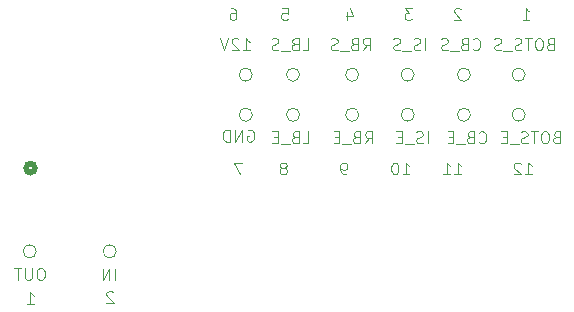
<source format=gbr>
%TF.GenerationSoftware,KiCad,Pcbnew,9.0.4*%
%TF.CreationDate,2025-10-30T20:58:22-05:00*%
%TF.ProjectId,TEST,54455354-2e6b-4696-9361-645f70636258,rev?*%
%TF.SameCoordinates,Original*%
%TF.FileFunction,Legend,Bot*%
%TF.FilePolarity,Positive*%
%FSLAX46Y46*%
G04 Gerber Fmt 4.6, Leading zero omitted, Abs format (unit mm)*
G04 Created by KiCad (PCBNEW 9.0.4) date 2025-10-30 20:58:22*
%MOMM*%
%LPD*%
G01*
G04 APERTURE LIST*
%ADD10C,0.100000*%
%ADD11C,0.508000*%
G04 APERTURE END LIST*
D10*
X121850000Y-67980000D02*
G75*
G02*
X120738074Y-67980000I-555963J0D01*
G01*
X120738074Y-67980000D02*
G75*
G02*
X121850000Y-67980000I555963J0D01*
G01*
X125845963Y-64590000D02*
G75*
G02*
X124734037Y-64590000I-555963J0D01*
G01*
X124734037Y-64590000D02*
G75*
G02*
X125845963Y-64590000I555963J0D01*
G01*
X130855963Y-64590000D02*
G75*
G02*
X129744037Y-64590000I-555963J0D01*
G01*
X129744037Y-64590000D02*
G75*
G02*
X130855963Y-64590000I555963J0D01*
G01*
X125850000Y-67980000D02*
G75*
G02*
X124738074Y-67980000I-555963J0D01*
G01*
X124738074Y-67980000D02*
G75*
G02*
X125850000Y-67980000I555963J0D01*
G01*
X144950000Y-67980000D02*
G75*
G02*
X143838074Y-67980000I-555963J0D01*
G01*
X143838074Y-67980000D02*
G75*
G02*
X144950000Y-67980000I555963J0D01*
G01*
X140315963Y-64590000D02*
G75*
G02*
X139204037Y-64590000I-555963J0D01*
G01*
X139204037Y-64590000D02*
G75*
G02*
X140315963Y-64590000I555963J0D01*
G01*
X135554037Y-67980000D02*
G75*
G02*
X134442111Y-67980000I-555963J0D01*
G01*
X134442111Y-67980000D02*
G75*
G02*
X135554037Y-67980000I555963J0D01*
G01*
X103550000Y-79540000D02*
G75*
G02*
X102438074Y-79540000I-555963J0D01*
G01*
X102438074Y-79540000D02*
G75*
G02*
X103550000Y-79540000I555963J0D01*
G01*
X130860000Y-67980000D02*
G75*
G02*
X129748074Y-67980000I-555963J0D01*
G01*
X129748074Y-67980000D02*
G75*
G02*
X130860000Y-67980000I555963J0D01*
G01*
X135550000Y-64590000D02*
G75*
G02*
X134438074Y-64590000I-555963J0D01*
G01*
X134438074Y-64590000D02*
G75*
G02*
X135550000Y-64590000I555963J0D01*
G01*
X121845963Y-64590000D02*
G75*
G02*
X120734037Y-64590000I-555963J0D01*
G01*
X120734037Y-64590000D02*
G75*
G02*
X121845963Y-64590000I555963J0D01*
G01*
X144945963Y-64590000D02*
G75*
G02*
X143834037Y-64590000I-555963J0D01*
G01*
X143834037Y-64590000D02*
G75*
G02*
X144945963Y-64590000I555963J0D01*
G01*
X140320000Y-67980000D02*
G75*
G02*
X139208074Y-67980000I-555963J0D01*
G01*
X139208074Y-67980000D02*
G75*
G02*
X140320000Y-67980000I555963J0D01*
G01*
X110325963Y-79550000D02*
G75*
G02*
X109214037Y-79550000I-555963J0D01*
G01*
X109214037Y-79550000D02*
G75*
G02*
X110325963Y-79550000I555963J0D01*
G01*
X136716115Y-70392419D02*
X136716115Y-69392419D01*
X136287544Y-70344800D02*
X136144687Y-70392419D01*
X136144687Y-70392419D02*
X135906592Y-70392419D01*
X135906592Y-70392419D02*
X135811354Y-70344800D01*
X135811354Y-70344800D02*
X135763735Y-70297180D01*
X135763735Y-70297180D02*
X135716116Y-70201942D01*
X135716116Y-70201942D02*
X135716116Y-70106704D01*
X135716116Y-70106704D02*
X135763735Y-70011466D01*
X135763735Y-70011466D02*
X135811354Y-69963847D01*
X135811354Y-69963847D02*
X135906592Y-69916228D01*
X135906592Y-69916228D02*
X136097068Y-69868609D01*
X136097068Y-69868609D02*
X136192306Y-69820990D01*
X136192306Y-69820990D02*
X136239925Y-69773371D01*
X136239925Y-69773371D02*
X136287544Y-69678133D01*
X136287544Y-69678133D02*
X136287544Y-69582895D01*
X136287544Y-69582895D02*
X136239925Y-69487657D01*
X136239925Y-69487657D02*
X136192306Y-69440038D01*
X136192306Y-69440038D02*
X136097068Y-69392419D01*
X136097068Y-69392419D02*
X135858973Y-69392419D01*
X135858973Y-69392419D02*
X135716116Y-69440038D01*
X135525640Y-70487657D02*
X134763735Y-70487657D01*
X134525639Y-69868609D02*
X134192306Y-69868609D01*
X134049449Y-70392419D02*
X134525639Y-70392419D01*
X134525639Y-70392419D02*
X134525639Y-69392419D01*
X134525639Y-69392419D02*
X134049449Y-69392419D01*
X131394687Y-70392419D02*
X131728020Y-69916228D01*
X131966115Y-70392419D02*
X131966115Y-69392419D01*
X131966115Y-69392419D02*
X131585163Y-69392419D01*
X131585163Y-69392419D02*
X131489925Y-69440038D01*
X131489925Y-69440038D02*
X131442306Y-69487657D01*
X131442306Y-69487657D02*
X131394687Y-69582895D01*
X131394687Y-69582895D02*
X131394687Y-69725752D01*
X131394687Y-69725752D02*
X131442306Y-69820990D01*
X131442306Y-69820990D02*
X131489925Y-69868609D01*
X131489925Y-69868609D02*
X131585163Y-69916228D01*
X131585163Y-69916228D02*
X131966115Y-69916228D01*
X130632782Y-69868609D02*
X130489925Y-69916228D01*
X130489925Y-69916228D02*
X130442306Y-69963847D01*
X130442306Y-69963847D02*
X130394687Y-70059085D01*
X130394687Y-70059085D02*
X130394687Y-70201942D01*
X130394687Y-70201942D02*
X130442306Y-70297180D01*
X130442306Y-70297180D02*
X130489925Y-70344800D01*
X130489925Y-70344800D02*
X130585163Y-70392419D01*
X130585163Y-70392419D02*
X130966115Y-70392419D01*
X130966115Y-70392419D02*
X130966115Y-69392419D01*
X130966115Y-69392419D02*
X130632782Y-69392419D01*
X130632782Y-69392419D02*
X130537544Y-69440038D01*
X130537544Y-69440038D02*
X130489925Y-69487657D01*
X130489925Y-69487657D02*
X130442306Y-69582895D01*
X130442306Y-69582895D02*
X130442306Y-69678133D01*
X130442306Y-69678133D02*
X130489925Y-69773371D01*
X130489925Y-69773371D02*
X130537544Y-69820990D01*
X130537544Y-69820990D02*
X130632782Y-69868609D01*
X130632782Y-69868609D02*
X130966115Y-69868609D01*
X130204211Y-70487657D02*
X129442306Y-70487657D01*
X129204210Y-69868609D02*
X128870877Y-69868609D01*
X128728020Y-70392419D02*
X129204210Y-70392419D01*
X129204210Y-70392419D02*
X129204210Y-69392419D01*
X129204210Y-69392419D02*
X128728020Y-69392419D01*
X110063734Y-83007657D02*
X110016115Y-82960038D01*
X110016115Y-82960038D02*
X109920877Y-82912419D01*
X109920877Y-82912419D02*
X109682782Y-82912419D01*
X109682782Y-82912419D02*
X109587544Y-82960038D01*
X109587544Y-82960038D02*
X109539925Y-83007657D01*
X109539925Y-83007657D02*
X109492306Y-83102895D01*
X109492306Y-83102895D02*
X109492306Y-83198133D01*
X109492306Y-83198133D02*
X109539925Y-83340990D01*
X109539925Y-83340990D02*
X110111353Y-83912419D01*
X110111353Y-83912419D02*
X109492306Y-83912419D01*
X135371353Y-58952419D02*
X134752306Y-58952419D01*
X134752306Y-58952419D02*
X135085639Y-59333371D01*
X135085639Y-59333371D02*
X134942782Y-59333371D01*
X134942782Y-59333371D02*
X134847544Y-59380990D01*
X134847544Y-59380990D02*
X134799925Y-59428609D01*
X134799925Y-59428609D02*
X134752306Y-59523847D01*
X134752306Y-59523847D02*
X134752306Y-59761942D01*
X134752306Y-59761942D02*
X134799925Y-59857180D01*
X134799925Y-59857180D02*
X134847544Y-59904800D01*
X134847544Y-59904800D02*
X134942782Y-59952419D01*
X134942782Y-59952419D02*
X135228496Y-59952419D01*
X135228496Y-59952419D02*
X135323734Y-59904800D01*
X135323734Y-59904800D02*
X135371353Y-59857180D01*
X144722306Y-59952419D02*
X145293734Y-59952419D01*
X145008020Y-59952419D02*
X145008020Y-58952419D01*
X145008020Y-58952419D02*
X145103258Y-59095276D01*
X145103258Y-59095276D02*
X145198496Y-59190514D01*
X145198496Y-59190514D02*
X145293734Y-59238133D01*
X140544687Y-62417180D02*
X140592306Y-62464800D01*
X140592306Y-62464800D02*
X140735163Y-62512419D01*
X140735163Y-62512419D02*
X140830401Y-62512419D01*
X140830401Y-62512419D02*
X140973258Y-62464800D01*
X140973258Y-62464800D02*
X141068496Y-62369561D01*
X141068496Y-62369561D02*
X141116115Y-62274323D01*
X141116115Y-62274323D02*
X141163734Y-62083847D01*
X141163734Y-62083847D02*
X141163734Y-61940990D01*
X141163734Y-61940990D02*
X141116115Y-61750514D01*
X141116115Y-61750514D02*
X141068496Y-61655276D01*
X141068496Y-61655276D02*
X140973258Y-61560038D01*
X140973258Y-61560038D02*
X140830401Y-61512419D01*
X140830401Y-61512419D02*
X140735163Y-61512419D01*
X140735163Y-61512419D02*
X140592306Y-61560038D01*
X140592306Y-61560038D02*
X140544687Y-61607657D01*
X139782782Y-61988609D02*
X139639925Y-62036228D01*
X139639925Y-62036228D02*
X139592306Y-62083847D01*
X139592306Y-62083847D02*
X139544687Y-62179085D01*
X139544687Y-62179085D02*
X139544687Y-62321942D01*
X139544687Y-62321942D02*
X139592306Y-62417180D01*
X139592306Y-62417180D02*
X139639925Y-62464800D01*
X139639925Y-62464800D02*
X139735163Y-62512419D01*
X139735163Y-62512419D02*
X140116115Y-62512419D01*
X140116115Y-62512419D02*
X140116115Y-61512419D01*
X140116115Y-61512419D02*
X139782782Y-61512419D01*
X139782782Y-61512419D02*
X139687544Y-61560038D01*
X139687544Y-61560038D02*
X139639925Y-61607657D01*
X139639925Y-61607657D02*
X139592306Y-61702895D01*
X139592306Y-61702895D02*
X139592306Y-61798133D01*
X139592306Y-61798133D02*
X139639925Y-61893371D01*
X139639925Y-61893371D02*
X139687544Y-61940990D01*
X139687544Y-61940990D02*
X139782782Y-61988609D01*
X139782782Y-61988609D02*
X140116115Y-61988609D01*
X139354211Y-62607657D02*
X138592306Y-62607657D01*
X138401829Y-62464800D02*
X138258972Y-62512419D01*
X138258972Y-62512419D02*
X138020877Y-62512419D01*
X138020877Y-62512419D02*
X137925639Y-62464800D01*
X137925639Y-62464800D02*
X137878020Y-62417180D01*
X137878020Y-62417180D02*
X137830401Y-62321942D01*
X137830401Y-62321942D02*
X137830401Y-62226704D01*
X137830401Y-62226704D02*
X137878020Y-62131466D01*
X137878020Y-62131466D02*
X137925639Y-62083847D01*
X137925639Y-62083847D02*
X138020877Y-62036228D01*
X138020877Y-62036228D02*
X138211353Y-61988609D01*
X138211353Y-61988609D02*
X138306591Y-61940990D01*
X138306591Y-61940990D02*
X138354210Y-61893371D01*
X138354210Y-61893371D02*
X138401829Y-61798133D01*
X138401829Y-61798133D02*
X138401829Y-61702895D01*
X138401829Y-61702895D02*
X138354210Y-61607657D01*
X138354210Y-61607657D02*
X138306591Y-61560038D01*
X138306591Y-61560038D02*
X138211353Y-61512419D01*
X138211353Y-61512419D02*
X137973258Y-61512419D01*
X137973258Y-61512419D02*
X137830401Y-61560038D01*
X147062782Y-61988609D02*
X146919925Y-62036228D01*
X146919925Y-62036228D02*
X146872306Y-62083847D01*
X146872306Y-62083847D02*
X146824687Y-62179085D01*
X146824687Y-62179085D02*
X146824687Y-62321942D01*
X146824687Y-62321942D02*
X146872306Y-62417180D01*
X146872306Y-62417180D02*
X146919925Y-62464800D01*
X146919925Y-62464800D02*
X147015163Y-62512419D01*
X147015163Y-62512419D02*
X147396115Y-62512419D01*
X147396115Y-62512419D02*
X147396115Y-61512419D01*
X147396115Y-61512419D02*
X147062782Y-61512419D01*
X147062782Y-61512419D02*
X146967544Y-61560038D01*
X146967544Y-61560038D02*
X146919925Y-61607657D01*
X146919925Y-61607657D02*
X146872306Y-61702895D01*
X146872306Y-61702895D02*
X146872306Y-61798133D01*
X146872306Y-61798133D02*
X146919925Y-61893371D01*
X146919925Y-61893371D02*
X146967544Y-61940990D01*
X146967544Y-61940990D02*
X147062782Y-61988609D01*
X147062782Y-61988609D02*
X147396115Y-61988609D01*
X146205639Y-61512419D02*
X146015163Y-61512419D01*
X146015163Y-61512419D02*
X145919925Y-61560038D01*
X145919925Y-61560038D02*
X145824687Y-61655276D01*
X145824687Y-61655276D02*
X145777068Y-61845752D01*
X145777068Y-61845752D02*
X145777068Y-62179085D01*
X145777068Y-62179085D02*
X145824687Y-62369561D01*
X145824687Y-62369561D02*
X145919925Y-62464800D01*
X145919925Y-62464800D02*
X146015163Y-62512419D01*
X146015163Y-62512419D02*
X146205639Y-62512419D01*
X146205639Y-62512419D02*
X146300877Y-62464800D01*
X146300877Y-62464800D02*
X146396115Y-62369561D01*
X146396115Y-62369561D02*
X146443734Y-62179085D01*
X146443734Y-62179085D02*
X146443734Y-61845752D01*
X146443734Y-61845752D02*
X146396115Y-61655276D01*
X146396115Y-61655276D02*
X146300877Y-61560038D01*
X146300877Y-61560038D02*
X146205639Y-61512419D01*
X145491353Y-61512419D02*
X144919925Y-61512419D01*
X145205639Y-62512419D02*
X145205639Y-61512419D01*
X144634210Y-62464800D02*
X144491353Y-62512419D01*
X144491353Y-62512419D02*
X144253258Y-62512419D01*
X144253258Y-62512419D02*
X144158020Y-62464800D01*
X144158020Y-62464800D02*
X144110401Y-62417180D01*
X144110401Y-62417180D02*
X144062782Y-62321942D01*
X144062782Y-62321942D02*
X144062782Y-62226704D01*
X144062782Y-62226704D02*
X144110401Y-62131466D01*
X144110401Y-62131466D02*
X144158020Y-62083847D01*
X144158020Y-62083847D02*
X144253258Y-62036228D01*
X144253258Y-62036228D02*
X144443734Y-61988609D01*
X144443734Y-61988609D02*
X144538972Y-61940990D01*
X144538972Y-61940990D02*
X144586591Y-61893371D01*
X144586591Y-61893371D02*
X144634210Y-61798133D01*
X144634210Y-61798133D02*
X144634210Y-61702895D01*
X144634210Y-61702895D02*
X144586591Y-61607657D01*
X144586591Y-61607657D02*
X144538972Y-61560038D01*
X144538972Y-61560038D02*
X144443734Y-61512419D01*
X144443734Y-61512419D02*
X144205639Y-61512419D01*
X144205639Y-61512419D02*
X144062782Y-61560038D01*
X143872306Y-62607657D02*
X143110401Y-62607657D01*
X142919924Y-62464800D02*
X142777067Y-62512419D01*
X142777067Y-62512419D02*
X142538972Y-62512419D01*
X142538972Y-62512419D02*
X142443734Y-62464800D01*
X142443734Y-62464800D02*
X142396115Y-62417180D01*
X142396115Y-62417180D02*
X142348496Y-62321942D01*
X142348496Y-62321942D02*
X142348496Y-62226704D01*
X142348496Y-62226704D02*
X142396115Y-62131466D01*
X142396115Y-62131466D02*
X142443734Y-62083847D01*
X142443734Y-62083847D02*
X142538972Y-62036228D01*
X142538972Y-62036228D02*
X142729448Y-61988609D01*
X142729448Y-61988609D02*
X142824686Y-61940990D01*
X142824686Y-61940990D02*
X142872305Y-61893371D01*
X142872305Y-61893371D02*
X142919924Y-61798133D01*
X142919924Y-61798133D02*
X142919924Y-61702895D01*
X142919924Y-61702895D02*
X142872305Y-61607657D01*
X142872305Y-61607657D02*
X142824686Y-61560038D01*
X142824686Y-61560038D02*
X142729448Y-61512419D01*
X142729448Y-61512419D02*
X142491353Y-61512419D01*
X142491353Y-61512419D02*
X142348496Y-61560038D01*
X124563258Y-72460990D02*
X124658496Y-72413371D01*
X124658496Y-72413371D02*
X124706115Y-72365752D01*
X124706115Y-72365752D02*
X124753734Y-72270514D01*
X124753734Y-72270514D02*
X124753734Y-72222895D01*
X124753734Y-72222895D02*
X124706115Y-72127657D01*
X124706115Y-72127657D02*
X124658496Y-72080038D01*
X124658496Y-72080038D02*
X124563258Y-72032419D01*
X124563258Y-72032419D02*
X124372782Y-72032419D01*
X124372782Y-72032419D02*
X124277544Y-72080038D01*
X124277544Y-72080038D02*
X124229925Y-72127657D01*
X124229925Y-72127657D02*
X124182306Y-72222895D01*
X124182306Y-72222895D02*
X124182306Y-72270514D01*
X124182306Y-72270514D02*
X124229925Y-72365752D01*
X124229925Y-72365752D02*
X124277544Y-72413371D01*
X124277544Y-72413371D02*
X124372782Y-72460990D01*
X124372782Y-72460990D02*
X124563258Y-72460990D01*
X124563258Y-72460990D02*
X124658496Y-72508609D01*
X124658496Y-72508609D02*
X124706115Y-72556228D01*
X124706115Y-72556228D02*
X124753734Y-72651466D01*
X124753734Y-72651466D02*
X124753734Y-72841942D01*
X124753734Y-72841942D02*
X124706115Y-72937180D01*
X124706115Y-72937180D02*
X124658496Y-72984800D01*
X124658496Y-72984800D02*
X124563258Y-73032419D01*
X124563258Y-73032419D02*
X124372782Y-73032419D01*
X124372782Y-73032419D02*
X124277544Y-72984800D01*
X124277544Y-72984800D02*
X124229925Y-72937180D01*
X124229925Y-72937180D02*
X124182306Y-72841942D01*
X124182306Y-72841942D02*
X124182306Y-72651466D01*
X124182306Y-72651466D02*
X124229925Y-72556228D01*
X124229925Y-72556228D02*
X124277544Y-72508609D01*
X124277544Y-72508609D02*
X124372782Y-72460990D01*
X141044687Y-70297180D02*
X141092306Y-70344800D01*
X141092306Y-70344800D02*
X141235163Y-70392419D01*
X141235163Y-70392419D02*
X141330401Y-70392419D01*
X141330401Y-70392419D02*
X141473258Y-70344800D01*
X141473258Y-70344800D02*
X141568496Y-70249561D01*
X141568496Y-70249561D02*
X141616115Y-70154323D01*
X141616115Y-70154323D02*
X141663734Y-69963847D01*
X141663734Y-69963847D02*
X141663734Y-69820990D01*
X141663734Y-69820990D02*
X141616115Y-69630514D01*
X141616115Y-69630514D02*
X141568496Y-69535276D01*
X141568496Y-69535276D02*
X141473258Y-69440038D01*
X141473258Y-69440038D02*
X141330401Y-69392419D01*
X141330401Y-69392419D02*
X141235163Y-69392419D01*
X141235163Y-69392419D02*
X141092306Y-69440038D01*
X141092306Y-69440038D02*
X141044687Y-69487657D01*
X140282782Y-69868609D02*
X140139925Y-69916228D01*
X140139925Y-69916228D02*
X140092306Y-69963847D01*
X140092306Y-69963847D02*
X140044687Y-70059085D01*
X140044687Y-70059085D02*
X140044687Y-70201942D01*
X140044687Y-70201942D02*
X140092306Y-70297180D01*
X140092306Y-70297180D02*
X140139925Y-70344800D01*
X140139925Y-70344800D02*
X140235163Y-70392419D01*
X140235163Y-70392419D02*
X140616115Y-70392419D01*
X140616115Y-70392419D02*
X140616115Y-69392419D01*
X140616115Y-69392419D02*
X140282782Y-69392419D01*
X140282782Y-69392419D02*
X140187544Y-69440038D01*
X140187544Y-69440038D02*
X140139925Y-69487657D01*
X140139925Y-69487657D02*
X140092306Y-69582895D01*
X140092306Y-69582895D02*
X140092306Y-69678133D01*
X140092306Y-69678133D02*
X140139925Y-69773371D01*
X140139925Y-69773371D02*
X140187544Y-69820990D01*
X140187544Y-69820990D02*
X140282782Y-69868609D01*
X140282782Y-69868609D02*
X140616115Y-69868609D01*
X139854211Y-70487657D02*
X139092306Y-70487657D01*
X138854210Y-69868609D02*
X138520877Y-69868609D01*
X138378020Y-70392419D02*
X138854210Y-70392419D01*
X138854210Y-70392419D02*
X138854210Y-69392419D01*
X138854210Y-69392419D02*
X138378020Y-69392419D01*
X131204687Y-62512419D02*
X131538020Y-62036228D01*
X131776115Y-62512419D02*
X131776115Y-61512419D01*
X131776115Y-61512419D02*
X131395163Y-61512419D01*
X131395163Y-61512419D02*
X131299925Y-61560038D01*
X131299925Y-61560038D02*
X131252306Y-61607657D01*
X131252306Y-61607657D02*
X131204687Y-61702895D01*
X131204687Y-61702895D02*
X131204687Y-61845752D01*
X131204687Y-61845752D02*
X131252306Y-61940990D01*
X131252306Y-61940990D02*
X131299925Y-61988609D01*
X131299925Y-61988609D02*
X131395163Y-62036228D01*
X131395163Y-62036228D02*
X131776115Y-62036228D01*
X130442782Y-61988609D02*
X130299925Y-62036228D01*
X130299925Y-62036228D02*
X130252306Y-62083847D01*
X130252306Y-62083847D02*
X130204687Y-62179085D01*
X130204687Y-62179085D02*
X130204687Y-62321942D01*
X130204687Y-62321942D02*
X130252306Y-62417180D01*
X130252306Y-62417180D02*
X130299925Y-62464800D01*
X130299925Y-62464800D02*
X130395163Y-62512419D01*
X130395163Y-62512419D02*
X130776115Y-62512419D01*
X130776115Y-62512419D02*
X130776115Y-61512419D01*
X130776115Y-61512419D02*
X130442782Y-61512419D01*
X130442782Y-61512419D02*
X130347544Y-61560038D01*
X130347544Y-61560038D02*
X130299925Y-61607657D01*
X130299925Y-61607657D02*
X130252306Y-61702895D01*
X130252306Y-61702895D02*
X130252306Y-61798133D01*
X130252306Y-61798133D02*
X130299925Y-61893371D01*
X130299925Y-61893371D02*
X130347544Y-61940990D01*
X130347544Y-61940990D02*
X130442782Y-61988609D01*
X130442782Y-61988609D02*
X130776115Y-61988609D01*
X130014211Y-62607657D02*
X129252306Y-62607657D01*
X129061829Y-62464800D02*
X128918972Y-62512419D01*
X128918972Y-62512419D02*
X128680877Y-62512419D01*
X128680877Y-62512419D02*
X128585639Y-62464800D01*
X128585639Y-62464800D02*
X128538020Y-62417180D01*
X128538020Y-62417180D02*
X128490401Y-62321942D01*
X128490401Y-62321942D02*
X128490401Y-62226704D01*
X128490401Y-62226704D02*
X128538020Y-62131466D01*
X128538020Y-62131466D02*
X128585639Y-62083847D01*
X128585639Y-62083847D02*
X128680877Y-62036228D01*
X128680877Y-62036228D02*
X128871353Y-61988609D01*
X128871353Y-61988609D02*
X128966591Y-61940990D01*
X128966591Y-61940990D02*
X129014210Y-61893371D01*
X129014210Y-61893371D02*
X129061829Y-61798133D01*
X129061829Y-61798133D02*
X129061829Y-61702895D01*
X129061829Y-61702895D02*
X129014210Y-61607657D01*
X129014210Y-61607657D02*
X128966591Y-61560038D01*
X128966591Y-61560038D02*
X128871353Y-61512419D01*
X128871353Y-61512419D02*
X128633258Y-61512419D01*
X128633258Y-61512419D02*
X128490401Y-61560038D01*
X129887544Y-59285752D02*
X129887544Y-59952419D01*
X130125639Y-58904800D02*
X130363734Y-59619085D01*
X130363734Y-59619085D02*
X129744687Y-59619085D01*
X136506115Y-62512419D02*
X136506115Y-61512419D01*
X136077544Y-62464800D02*
X135934687Y-62512419D01*
X135934687Y-62512419D02*
X135696592Y-62512419D01*
X135696592Y-62512419D02*
X135601354Y-62464800D01*
X135601354Y-62464800D02*
X135553735Y-62417180D01*
X135553735Y-62417180D02*
X135506116Y-62321942D01*
X135506116Y-62321942D02*
X135506116Y-62226704D01*
X135506116Y-62226704D02*
X135553735Y-62131466D01*
X135553735Y-62131466D02*
X135601354Y-62083847D01*
X135601354Y-62083847D02*
X135696592Y-62036228D01*
X135696592Y-62036228D02*
X135887068Y-61988609D01*
X135887068Y-61988609D02*
X135982306Y-61940990D01*
X135982306Y-61940990D02*
X136029925Y-61893371D01*
X136029925Y-61893371D02*
X136077544Y-61798133D01*
X136077544Y-61798133D02*
X136077544Y-61702895D01*
X136077544Y-61702895D02*
X136029925Y-61607657D01*
X136029925Y-61607657D02*
X135982306Y-61560038D01*
X135982306Y-61560038D02*
X135887068Y-61512419D01*
X135887068Y-61512419D02*
X135648973Y-61512419D01*
X135648973Y-61512419D02*
X135506116Y-61560038D01*
X135315640Y-62607657D02*
X134553735Y-62607657D01*
X134363258Y-62464800D02*
X134220401Y-62512419D01*
X134220401Y-62512419D02*
X133982306Y-62512419D01*
X133982306Y-62512419D02*
X133887068Y-62464800D01*
X133887068Y-62464800D02*
X133839449Y-62417180D01*
X133839449Y-62417180D02*
X133791830Y-62321942D01*
X133791830Y-62321942D02*
X133791830Y-62226704D01*
X133791830Y-62226704D02*
X133839449Y-62131466D01*
X133839449Y-62131466D02*
X133887068Y-62083847D01*
X133887068Y-62083847D02*
X133982306Y-62036228D01*
X133982306Y-62036228D02*
X134172782Y-61988609D01*
X134172782Y-61988609D02*
X134268020Y-61940990D01*
X134268020Y-61940990D02*
X134315639Y-61893371D01*
X134315639Y-61893371D02*
X134363258Y-61798133D01*
X134363258Y-61798133D02*
X134363258Y-61702895D01*
X134363258Y-61702895D02*
X134315639Y-61607657D01*
X134315639Y-61607657D02*
X134268020Y-61560038D01*
X134268020Y-61560038D02*
X134172782Y-61512419D01*
X134172782Y-61512419D02*
X133934687Y-61512419D01*
X133934687Y-61512419D02*
X133791830Y-61560038D01*
X138962306Y-73032419D02*
X139533734Y-73032419D01*
X139248020Y-73032419D02*
X139248020Y-72032419D01*
X139248020Y-72032419D02*
X139343258Y-72175276D01*
X139343258Y-72175276D02*
X139438496Y-72270514D01*
X139438496Y-72270514D02*
X139533734Y-72318133D01*
X138009925Y-73032419D02*
X138581353Y-73032419D01*
X138295639Y-73032419D02*
X138295639Y-72032419D01*
X138295639Y-72032419D02*
X138390877Y-72175276D01*
X138390877Y-72175276D02*
X138486115Y-72270514D01*
X138486115Y-72270514D02*
X138581353Y-72318133D01*
X121042306Y-62512419D02*
X121613734Y-62512419D01*
X121328020Y-62512419D02*
X121328020Y-61512419D01*
X121328020Y-61512419D02*
X121423258Y-61655276D01*
X121423258Y-61655276D02*
X121518496Y-61750514D01*
X121518496Y-61750514D02*
X121613734Y-61798133D01*
X120661353Y-61607657D02*
X120613734Y-61560038D01*
X120613734Y-61560038D02*
X120518496Y-61512419D01*
X120518496Y-61512419D02*
X120280401Y-61512419D01*
X120280401Y-61512419D02*
X120185163Y-61560038D01*
X120185163Y-61560038D02*
X120137544Y-61607657D01*
X120137544Y-61607657D02*
X120089925Y-61702895D01*
X120089925Y-61702895D02*
X120089925Y-61798133D01*
X120089925Y-61798133D02*
X120137544Y-61940990D01*
X120137544Y-61940990D02*
X120708972Y-62512419D01*
X120708972Y-62512419D02*
X120089925Y-62512419D01*
X119804210Y-61512419D02*
X119470877Y-62512419D01*
X119470877Y-62512419D02*
X119137544Y-61512419D01*
X139503734Y-59047657D02*
X139456115Y-59000038D01*
X139456115Y-59000038D02*
X139360877Y-58952419D01*
X139360877Y-58952419D02*
X139122782Y-58952419D01*
X139122782Y-58952419D02*
X139027544Y-59000038D01*
X139027544Y-59000038D02*
X138979925Y-59047657D01*
X138979925Y-59047657D02*
X138932306Y-59142895D01*
X138932306Y-59142895D02*
X138932306Y-59238133D01*
X138932306Y-59238133D02*
X138979925Y-59380990D01*
X138979925Y-59380990D02*
X139551353Y-59952419D01*
X139551353Y-59952419D02*
X138932306Y-59952419D01*
X121452306Y-69300038D02*
X121547544Y-69252419D01*
X121547544Y-69252419D02*
X121690401Y-69252419D01*
X121690401Y-69252419D02*
X121833258Y-69300038D01*
X121833258Y-69300038D02*
X121928496Y-69395276D01*
X121928496Y-69395276D02*
X121976115Y-69490514D01*
X121976115Y-69490514D02*
X122023734Y-69680990D01*
X122023734Y-69680990D02*
X122023734Y-69823847D01*
X122023734Y-69823847D02*
X121976115Y-70014323D01*
X121976115Y-70014323D02*
X121928496Y-70109561D01*
X121928496Y-70109561D02*
X121833258Y-70204800D01*
X121833258Y-70204800D02*
X121690401Y-70252419D01*
X121690401Y-70252419D02*
X121595163Y-70252419D01*
X121595163Y-70252419D02*
X121452306Y-70204800D01*
X121452306Y-70204800D02*
X121404687Y-70157180D01*
X121404687Y-70157180D02*
X121404687Y-69823847D01*
X121404687Y-69823847D02*
X121595163Y-69823847D01*
X120976115Y-70252419D02*
X120976115Y-69252419D01*
X120976115Y-69252419D02*
X120404687Y-70252419D01*
X120404687Y-70252419D02*
X120404687Y-69252419D01*
X119928496Y-70252419D02*
X119928496Y-69252419D01*
X119928496Y-69252419D02*
X119690401Y-69252419D01*
X119690401Y-69252419D02*
X119547544Y-69300038D01*
X119547544Y-69300038D02*
X119452306Y-69395276D01*
X119452306Y-69395276D02*
X119404687Y-69490514D01*
X119404687Y-69490514D02*
X119357068Y-69680990D01*
X119357068Y-69680990D02*
X119357068Y-69823847D01*
X119357068Y-69823847D02*
X119404687Y-70014323D01*
X119404687Y-70014323D02*
X119452306Y-70109561D01*
X119452306Y-70109561D02*
X119547544Y-70204800D01*
X119547544Y-70204800D02*
X119690401Y-70252419D01*
X119690401Y-70252419D02*
X119928496Y-70252419D01*
X144942306Y-73032419D02*
X145513734Y-73032419D01*
X145228020Y-73032419D02*
X145228020Y-72032419D01*
X145228020Y-72032419D02*
X145323258Y-72175276D01*
X145323258Y-72175276D02*
X145418496Y-72270514D01*
X145418496Y-72270514D02*
X145513734Y-72318133D01*
X144561353Y-72127657D02*
X144513734Y-72080038D01*
X144513734Y-72080038D02*
X144418496Y-72032419D01*
X144418496Y-72032419D02*
X144180401Y-72032419D01*
X144180401Y-72032419D02*
X144085163Y-72080038D01*
X144085163Y-72080038D02*
X144037544Y-72127657D01*
X144037544Y-72127657D02*
X143989925Y-72222895D01*
X143989925Y-72222895D02*
X143989925Y-72318133D01*
X143989925Y-72318133D02*
X144037544Y-72460990D01*
X144037544Y-72460990D02*
X144608972Y-73032419D01*
X144608972Y-73032419D02*
X143989925Y-73032419D01*
X126099925Y-62512419D02*
X126576115Y-62512419D01*
X126576115Y-62512419D02*
X126576115Y-61512419D01*
X125433258Y-61988609D02*
X125290401Y-62036228D01*
X125290401Y-62036228D02*
X125242782Y-62083847D01*
X125242782Y-62083847D02*
X125195163Y-62179085D01*
X125195163Y-62179085D02*
X125195163Y-62321942D01*
X125195163Y-62321942D02*
X125242782Y-62417180D01*
X125242782Y-62417180D02*
X125290401Y-62464800D01*
X125290401Y-62464800D02*
X125385639Y-62512419D01*
X125385639Y-62512419D02*
X125766591Y-62512419D01*
X125766591Y-62512419D02*
X125766591Y-61512419D01*
X125766591Y-61512419D02*
X125433258Y-61512419D01*
X125433258Y-61512419D02*
X125338020Y-61560038D01*
X125338020Y-61560038D02*
X125290401Y-61607657D01*
X125290401Y-61607657D02*
X125242782Y-61702895D01*
X125242782Y-61702895D02*
X125242782Y-61798133D01*
X125242782Y-61798133D02*
X125290401Y-61893371D01*
X125290401Y-61893371D02*
X125338020Y-61940990D01*
X125338020Y-61940990D02*
X125433258Y-61988609D01*
X125433258Y-61988609D02*
X125766591Y-61988609D01*
X125004687Y-62607657D02*
X124242782Y-62607657D01*
X124052305Y-62464800D02*
X123909448Y-62512419D01*
X123909448Y-62512419D02*
X123671353Y-62512419D01*
X123671353Y-62512419D02*
X123576115Y-62464800D01*
X123576115Y-62464800D02*
X123528496Y-62417180D01*
X123528496Y-62417180D02*
X123480877Y-62321942D01*
X123480877Y-62321942D02*
X123480877Y-62226704D01*
X123480877Y-62226704D02*
X123528496Y-62131466D01*
X123528496Y-62131466D02*
X123576115Y-62083847D01*
X123576115Y-62083847D02*
X123671353Y-62036228D01*
X123671353Y-62036228D02*
X123861829Y-61988609D01*
X123861829Y-61988609D02*
X123957067Y-61940990D01*
X123957067Y-61940990D02*
X124004686Y-61893371D01*
X124004686Y-61893371D02*
X124052305Y-61798133D01*
X124052305Y-61798133D02*
X124052305Y-61702895D01*
X124052305Y-61702895D02*
X124004686Y-61607657D01*
X124004686Y-61607657D02*
X123957067Y-61560038D01*
X123957067Y-61560038D02*
X123861829Y-61512419D01*
X123861829Y-61512419D02*
X123623734Y-61512419D01*
X123623734Y-61512419D02*
X123480877Y-61560038D01*
X129778496Y-73032419D02*
X129588020Y-73032419D01*
X129588020Y-73032419D02*
X129492782Y-72984800D01*
X129492782Y-72984800D02*
X129445163Y-72937180D01*
X129445163Y-72937180D02*
X129349925Y-72794323D01*
X129349925Y-72794323D02*
X129302306Y-72603847D01*
X129302306Y-72603847D02*
X129302306Y-72222895D01*
X129302306Y-72222895D02*
X129349925Y-72127657D01*
X129349925Y-72127657D02*
X129397544Y-72080038D01*
X129397544Y-72080038D02*
X129492782Y-72032419D01*
X129492782Y-72032419D02*
X129683258Y-72032419D01*
X129683258Y-72032419D02*
X129778496Y-72080038D01*
X129778496Y-72080038D02*
X129826115Y-72127657D01*
X129826115Y-72127657D02*
X129873734Y-72222895D01*
X129873734Y-72222895D02*
X129873734Y-72460990D01*
X129873734Y-72460990D02*
X129826115Y-72556228D01*
X129826115Y-72556228D02*
X129778496Y-72603847D01*
X129778496Y-72603847D02*
X129683258Y-72651466D01*
X129683258Y-72651466D02*
X129492782Y-72651466D01*
X129492782Y-72651466D02*
X129397544Y-72603847D01*
X129397544Y-72603847D02*
X129349925Y-72556228D01*
X129349925Y-72556228D02*
X129302306Y-72460990D01*
X124349925Y-58952419D02*
X124826115Y-58952419D01*
X124826115Y-58952419D02*
X124873734Y-59428609D01*
X124873734Y-59428609D02*
X124826115Y-59380990D01*
X124826115Y-59380990D02*
X124730877Y-59333371D01*
X124730877Y-59333371D02*
X124492782Y-59333371D01*
X124492782Y-59333371D02*
X124397544Y-59380990D01*
X124397544Y-59380990D02*
X124349925Y-59428609D01*
X124349925Y-59428609D02*
X124302306Y-59523847D01*
X124302306Y-59523847D02*
X124302306Y-59761942D01*
X124302306Y-59761942D02*
X124349925Y-59857180D01*
X124349925Y-59857180D02*
X124397544Y-59904800D01*
X124397544Y-59904800D02*
X124492782Y-59952419D01*
X124492782Y-59952419D02*
X124730877Y-59952419D01*
X124730877Y-59952419D02*
X124826115Y-59904800D01*
X124826115Y-59904800D02*
X124873734Y-59857180D01*
X121001353Y-72032419D02*
X120334687Y-72032419D01*
X120334687Y-72032419D02*
X120763258Y-73032419D01*
X126119925Y-70392419D02*
X126596115Y-70392419D01*
X126596115Y-70392419D02*
X126596115Y-69392419D01*
X125453258Y-69868609D02*
X125310401Y-69916228D01*
X125310401Y-69916228D02*
X125262782Y-69963847D01*
X125262782Y-69963847D02*
X125215163Y-70059085D01*
X125215163Y-70059085D02*
X125215163Y-70201942D01*
X125215163Y-70201942D02*
X125262782Y-70297180D01*
X125262782Y-70297180D02*
X125310401Y-70344800D01*
X125310401Y-70344800D02*
X125405639Y-70392419D01*
X125405639Y-70392419D02*
X125786591Y-70392419D01*
X125786591Y-70392419D02*
X125786591Y-69392419D01*
X125786591Y-69392419D02*
X125453258Y-69392419D01*
X125453258Y-69392419D02*
X125358020Y-69440038D01*
X125358020Y-69440038D02*
X125310401Y-69487657D01*
X125310401Y-69487657D02*
X125262782Y-69582895D01*
X125262782Y-69582895D02*
X125262782Y-69678133D01*
X125262782Y-69678133D02*
X125310401Y-69773371D01*
X125310401Y-69773371D02*
X125358020Y-69820990D01*
X125358020Y-69820990D02*
X125453258Y-69868609D01*
X125453258Y-69868609D02*
X125786591Y-69868609D01*
X125024687Y-70487657D02*
X124262782Y-70487657D01*
X124024686Y-69868609D02*
X123691353Y-69868609D01*
X123548496Y-70392419D02*
X124024686Y-70392419D01*
X124024686Y-70392419D02*
X124024686Y-69392419D01*
X124024686Y-69392419D02*
X123548496Y-69392419D01*
X120017544Y-58952419D02*
X120208020Y-58952419D01*
X120208020Y-58952419D02*
X120303258Y-59000038D01*
X120303258Y-59000038D02*
X120350877Y-59047657D01*
X120350877Y-59047657D02*
X120446115Y-59190514D01*
X120446115Y-59190514D02*
X120493734Y-59380990D01*
X120493734Y-59380990D02*
X120493734Y-59761942D01*
X120493734Y-59761942D02*
X120446115Y-59857180D01*
X120446115Y-59857180D02*
X120398496Y-59904800D01*
X120398496Y-59904800D02*
X120303258Y-59952419D01*
X120303258Y-59952419D02*
X120112782Y-59952419D01*
X120112782Y-59952419D02*
X120017544Y-59904800D01*
X120017544Y-59904800D02*
X119969925Y-59857180D01*
X119969925Y-59857180D02*
X119922306Y-59761942D01*
X119922306Y-59761942D02*
X119922306Y-59523847D01*
X119922306Y-59523847D02*
X119969925Y-59428609D01*
X119969925Y-59428609D02*
X120017544Y-59380990D01*
X120017544Y-59380990D02*
X120112782Y-59333371D01*
X120112782Y-59333371D02*
X120303258Y-59333371D01*
X120303258Y-59333371D02*
X120398496Y-59380990D01*
X120398496Y-59380990D02*
X120446115Y-59428609D01*
X120446115Y-59428609D02*
X120493734Y-59523847D01*
X104025639Y-80972419D02*
X103835163Y-80972419D01*
X103835163Y-80972419D02*
X103739925Y-81020038D01*
X103739925Y-81020038D02*
X103644687Y-81115276D01*
X103644687Y-81115276D02*
X103597068Y-81305752D01*
X103597068Y-81305752D02*
X103597068Y-81639085D01*
X103597068Y-81639085D02*
X103644687Y-81829561D01*
X103644687Y-81829561D02*
X103739925Y-81924800D01*
X103739925Y-81924800D02*
X103835163Y-81972419D01*
X103835163Y-81972419D02*
X104025639Y-81972419D01*
X104025639Y-81972419D02*
X104120877Y-81924800D01*
X104120877Y-81924800D02*
X104216115Y-81829561D01*
X104216115Y-81829561D02*
X104263734Y-81639085D01*
X104263734Y-81639085D02*
X104263734Y-81305752D01*
X104263734Y-81305752D02*
X104216115Y-81115276D01*
X104216115Y-81115276D02*
X104120877Y-81020038D01*
X104120877Y-81020038D02*
X104025639Y-80972419D01*
X103168496Y-80972419D02*
X103168496Y-81781942D01*
X103168496Y-81781942D02*
X103120877Y-81877180D01*
X103120877Y-81877180D02*
X103073258Y-81924800D01*
X103073258Y-81924800D02*
X102978020Y-81972419D01*
X102978020Y-81972419D02*
X102787544Y-81972419D01*
X102787544Y-81972419D02*
X102692306Y-81924800D01*
X102692306Y-81924800D02*
X102644687Y-81877180D01*
X102644687Y-81877180D02*
X102597068Y-81781942D01*
X102597068Y-81781942D02*
X102597068Y-80972419D01*
X102263734Y-80972419D02*
X101692306Y-80972419D01*
X101978020Y-81972419D02*
X101978020Y-80972419D01*
X102772306Y-84002419D02*
X103343734Y-84002419D01*
X103058020Y-84002419D02*
X103058020Y-83002419D01*
X103058020Y-83002419D02*
X103153258Y-83145276D01*
X103153258Y-83145276D02*
X103248496Y-83240514D01*
X103248496Y-83240514D02*
X103343734Y-83288133D01*
X147582782Y-69868609D02*
X147439925Y-69916228D01*
X147439925Y-69916228D02*
X147392306Y-69963847D01*
X147392306Y-69963847D02*
X147344687Y-70059085D01*
X147344687Y-70059085D02*
X147344687Y-70201942D01*
X147344687Y-70201942D02*
X147392306Y-70297180D01*
X147392306Y-70297180D02*
X147439925Y-70344800D01*
X147439925Y-70344800D02*
X147535163Y-70392419D01*
X147535163Y-70392419D02*
X147916115Y-70392419D01*
X147916115Y-70392419D02*
X147916115Y-69392419D01*
X147916115Y-69392419D02*
X147582782Y-69392419D01*
X147582782Y-69392419D02*
X147487544Y-69440038D01*
X147487544Y-69440038D02*
X147439925Y-69487657D01*
X147439925Y-69487657D02*
X147392306Y-69582895D01*
X147392306Y-69582895D02*
X147392306Y-69678133D01*
X147392306Y-69678133D02*
X147439925Y-69773371D01*
X147439925Y-69773371D02*
X147487544Y-69820990D01*
X147487544Y-69820990D02*
X147582782Y-69868609D01*
X147582782Y-69868609D02*
X147916115Y-69868609D01*
X146725639Y-69392419D02*
X146535163Y-69392419D01*
X146535163Y-69392419D02*
X146439925Y-69440038D01*
X146439925Y-69440038D02*
X146344687Y-69535276D01*
X146344687Y-69535276D02*
X146297068Y-69725752D01*
X146297068Y-69725752D02*
X146297068Y-70059085D01*
X146297068Y-70059085D02*
X146344687Y-70249561D01*
X146344687Y-70249561D02*
X146439925Y-70344800D01*
X146439925Y-70344800D02*
X146535163Y-70392419D01*
X146535163Y-70392419D02*
X146725639Y-70392419D01*
X146725639Y-70392419D02*
X146820877Y-70344800D01*
X146820877Y-70344800D02*
X146916115Y-70249561D01*
X146916115Y-70249561D02*
X146963734Y-70059085D01*
X146963734Y-70059085D02*
X146963734Y-69725752D01*
X146963734Y-69725752D02*
X146916115Y-69535276D01*
X146916115Y-69535276D02*
X146820877Y-69440038D01*
X146820877Y-69440038D02*
X146725639Y-69392419D01*
X146011353Y-69392419D02*
X145439925Y-69392419D01*
X145725639Y-70392419D02*
X145725639Y-69392419D01*
X145154210Y-70344800D02*
X145011353Y-70392419D01*
X145011353Y-70392419D02*
X144773258Y-70392419D01*
X144773258Y-70392419D02*
X144678020Y-70344800D01*
X144678020Y-70344800D02*
X144630401Y-70297180D01*
X144630401Y-70297180D02*
X144582782Y-70201942D01*
X144582782Y-70201942D02*
X144582782Y-70106704D01*
X144582782Y-70106704D02*
X144630401Y-70011466D01*
X144630401Y-70011466D02*
X144678020Y-69963847D01*
X144678020Y-69963847D02*
X144773258Y-69916228D01*
X144773258Y-69916228D02*
X144963734Y-69868609D01*
X144963734Y-69868609D02*
X145058972Y-69820990D01*
X145058972Y-69820990D02*
X145106591Y-69773371D01*
X145106591Y-69773371D02*
X145154210Y-69678133D01*
X145154210Y-69678133D02*
X145154210Y-69582895D01*
X145154210Y-69582895D02*
X145106591Y-69487657D01*
X145106591Y-69487657D02*
X145058972Y-69440038D01*
X145058972Y-69440038D02*
X144963734Y-69392419D01*
X144963734Y-69392419D02*
X144725639Y-69392419D01*
X144725639Y-69392419D02*
X144582782Y-69440038D01*
X144392306Y-70487657D02*
X143630401Y-70487657D01*
X143392305Y-69868609D02*
X143058972Y-69868609D01*
X142916115Y-70392419D02*
X143392305Y-70392419D01*
X143392305Y-70392419D02*
X143392305Y-69392419D01*
X143392305Y-69392419D02*
X142916115Y-69392419D01*
X110216115Y-82002419D02*
X110216115Y-81002419D01*
X109739925Y-82002419D02*
X109739925Y-81002419D01*
X109739925Y-81002419D02*
X109168497Y-82002419D01*
X109168497Y-82002419D02*
X109168497Y-81002419D01*
X134582306Y-73032419D02*
X135153734Y-73032419D01*
X134868020Y-73032419D02*
X134868020Y-72032419D01*
X134868020Y-72032419D02*
X134963258Y-72175276D01*
X134963258Y-72175276D02*
X135058496Y-72270514D01*
X135058496Y-72270514D02*
X135153734Y-72318133D01*
X133963258Y-72032419D02*
X133868020Y-72032419D01*
X133868020Y-72032419D02*
X133772782Y-72080038D01*
X133772782Y-72080038D02*
X133725163Y-72127657D01*
X133725163Y-72127657D02*
X133677544Y-72222895D01*
X133677544Y-72222895D02*
X133629925Y-72413371D01*
X133629925Y-72413371D02*
X133629925Y-72651466D01*
X133629925Y-72651466D02*
X133677544Y-72841942D01*
X133677544Y-72841942D02*
X133725163Y-72937180D01*
X133725163Y-72937180D02*
X133772782Y-72984800D01*
X133772782Y-72984800D02*
X133868020Y-73032419D01*
X133868020Y-73032419D02*
X133963258Y-73032419D01*
X133963258Y-73032419D02*
X134058496Y-72984800D01*
X134058496Y-72984800D02*
X134106115Y-72937180D01*
X134106115Y-72937180D02*
X134153734Y-72841942D01*
X134153734Y-72841942D02*
X134201353Y-72651466D01*
X134201353Y-72651466D02*
X134201353Y-72413371D01*
X134201353Y-72413371D02*
X134153734Y-72222895D01*
X134153734Y-72222895D02*
X134106115Y-72127657D01*
X134106115Y-72127657D02*
X134058496Y-72080038D01*
X134058496Y-72080038D02*
X133963258Y-72032419D01*
D11*
%TO.C,J1*%
X103447200Y-72500000D02*
G75*
G02*
X102685200Y-72500000I-381000J0D01*
G01*
X102685200Y-72500000D02*
G75*
G02*
X103447200Y-72500000I381000J0D01*
G01*
%TD*%
M02*

</source>
